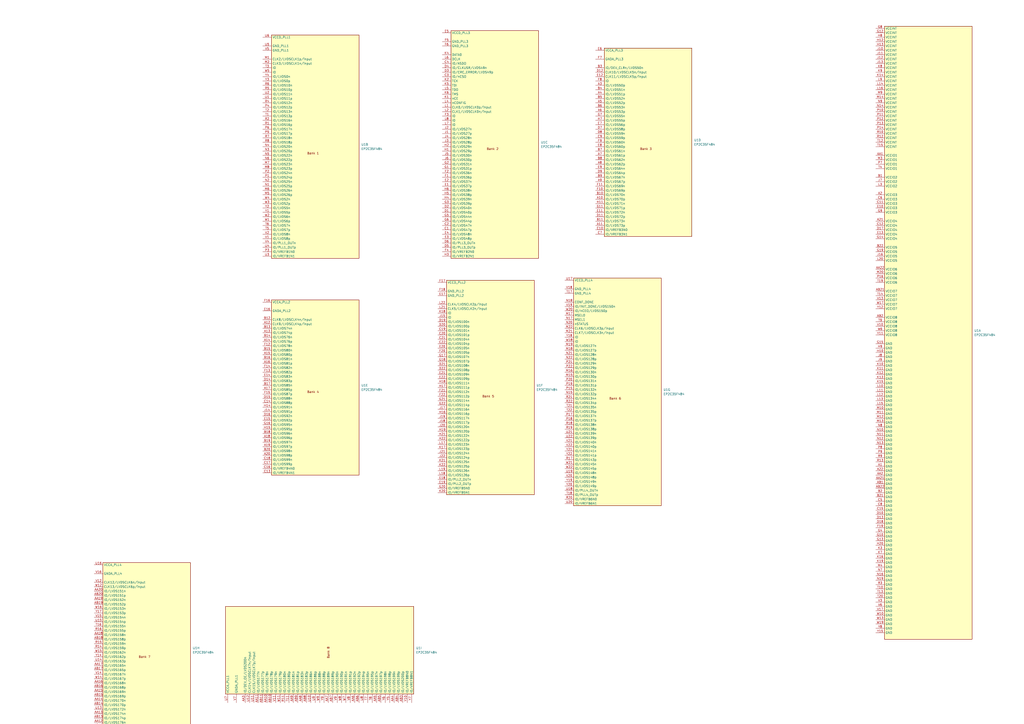
<source format=kicad_sch>
(kicad_sch (version 20250114) (generator "eeschema") (generator_version "9.0")
  (paper "A2")
  (lib_symbols
    (symbol "Kicad_Personal:EP2C35F484"
      (property "Reference" "U" (at -1.27 0.635 0))
      (property "Value" "EP2C35F484" (at -1.27 -1.27 0))
      (symbol "EP2C35F484_1_1"
        (rectangle (start -25.4 176.53) (end 25.4 -179.07) (stroke (width 0.254)) (fill (type background)))
        (pin power_in line (at -30.48 175.26 0) (length 5.08) (name "VCCINT") (number "G8"))
        (pin power_in line (at -30.48 172.72 0) (length 5.08) (name "VCCINT") (number "G12"))
        (pin power_in line (at -30.48 170.18 0) (length 5.08) (name "VCCINT") (number "H8"))
        (pin power_in line (at -30.48 167.64 0) (length 5.08) (name "VCCINT") (number "H12"))
        (pin power_in line (at -30.48 165.1 0) (length 5.08) (name "VCCINT") (number "H13"))
        (pin power_in line (at -30.48 162.56 0) (length 5.08) (name "VCCINT") (number "J10"))
        (pin power_in line (at -30.48 160.02 0) (length 5.08) (name "VCCINT") (number "J11"))
        (pin power_in line (at -30.48 157.48 0) (length 5.08) (name "VCCINT") (number "J12"))
        (pin power_in line (at -30.48 154.94 0) (length 5.08) (name "VCCINT") (number "J13"))
        (pin power_in line (at -30.48 152.4 0) (length 5.08) (name "VCCINT") (number "K8"))
        (pin power_in line (at -30.48 149.86 0) (length 5.08) (name "VCCINT") (number "K9"))
        (pin power_in line (at -30.48 147.32 0) (length 5.08) (name "VCCINT") (number "K14"))
        (pin power_in line (at -30.48 144.78 0) (length 5.08) (name "VCCINT") (number "L9"))
        (pin power_in line (at -30.48 142.24 0) (length 5.08) (name "VCCINT") (number "L14"))
        (pin power_in line (at -30.48 139.7 0) (length 5.08) (name "VCCINT") (number "L16"))
        (pin power_in line (at -30.48 137.16 0) (length 5.08) (name "VCCINT") (number "M9"))
        (pin power_in line (at -30.48 134.62 0) (length 5.08) (name "VCCINT") (number "M14"))
        (pin power_in line (at -30.48 132.08 0) (length 5.08) (name "VCCINT") (number "N9"))
        (pin power_in line (at -30.48 129.54 0) (length 5.08) (name "VCCINT") (number "N14"))
        (pin power_in line (at -30.48 127 0) (length 5.08) (name "VCCINT") (number "P10"))
        (pin power_in line (at -30.48 124.46 0) (length 5.08) (name "VCCINT") (number "P11"))
        (pin power_in line (at -30.48 121.92 0) (length 5.08) (name "VCCINT") (number "P12"))
        (pin power_in line (at -30.48 119.38 0) (length 5.08) (name "VCCINT") (number "P13"))
        (pin power_in line (at -30.48 116.84 0) (length 5.08) (name "VCCINT") (number "P14"))
        (pin power_in line (at -30.48 114.3 0) (length 5.08) (name "VCCINT") (number "R10"))
        (pin power_in line (at -30.48 111.76 0) (length 5.08) (name "VCCINT") (number "R12"))
        (pin power_in line (at -30.48 109.22 0) (length 5.08) (name "VCCINT") (number "T12"))
        (pin power_in line (at -30.48 106.68 0) (length 5.08) (name "VCCINT") (number "T15"))
        (pin power_in line (at -30.48 101.6 0) (length 5.08) (name "VCCIO1") (number "AA1"))
        (pin power_in line (at -30.48 99.06 0) (length 5.08) (name "VCCIO1") (number "M3"))
        (pin power_in line (at -30.48 96.52 0) (length 5.08) (name "VCCIO1") (number "P7"))
        (pin power_in line (at -30.48 93.98 0) (length 5.08) (name "VCCIO1") (number "T4"))
        (pin power_in line (at -30.48 88.9 0) (length 5.08) (name "VCCIO2") (number "B1"))
        (pin power_in line (at -30.48 86.36 0) (length 5.08) (name "VCCIO2") (number "J7"))
        (pin power_in line (at -30.48 83.82 0) (length 5.08) (name "VCCIO2") (number "L3"))
        (pin power_in line (at -30.48 78.74 0) (length 5.08) (name "VCCIO3") (number "A2"))
        (pin power_in line (at -30.48 76.2 0) (length 5.08) (name "VCCIO3") (number "C6"))
        (pin power_in line (at -30.48 73.66 0) (length 5.08) (name "VCCIO3") (number "C11"))
        (pin power_in line (at -30.48 71.12 0) (length 5.08) (name "VCCIO3") (number "E10"))
        (pin power_in line (at -30.48 68.58 0) (length 5.08) (name "VCCIO3") (number "G9"))
        (pin power_in line (at -30.48 63.5 0) (length 5.08) (name "VCCIO4") (number "A21"))
        (pin power_in line (at -30.48 60.96 0) (length 5.08) (name "VCCIO4") (number "C12"))
        (pin power_in line (at -30.48 58.42 0) (length 5.08) (name "VCCIO4") (number "D17"))
        (pin power_in line (at -30.48 55.88 0) (length 5.08) (name "VCCIO4") (number "E13"))
        (pin power_in line (at -30.48 53.34 0) (length 5.08) (name "VCCIO4") (number "G14"))
        (pin power_in line (at -30.48 48.26 0) (length 5.08) (name "VCCIO5") (number "B22"))
        (pin power_in line (at -30.48 45.72 0) (length 5.08) (name "VCCIO5") (number "G19"))
        (pin power_in line (at -30.48 43.18 0) (length 5.08) (name "VCCIO5") (number "J16"))
        (pin power_in line (at -30.48 40.64 0) (length 5.08) (name "VCCIO5") (number "L20"))
        (pin power_in line (at -30.48 35.56 0) (length 5.08) (name "VCCIO6") (number "AA22"))
        (pin power_in line (at -30.48 33.02 0) (length 5.08) (name "VCCIO6") (number "M20"))
        (pin power_in line (at -30.48 30.48 0) (length 5.08) (name "VCCIO6") (number "P16"))
        (pin power_in line (at -30.48 27.94 0) (length 5.08) (name "VCCIO6") (number "T19"))
        (pin power_in line (at -30.48 22.86 0) (length 5.08) (name "VCCIO7") (number "AB21"))
        (pin power_in line (at -30.48 20.32 0) (length 5.08) (name "VCCIO7") (number "T14"))
        (pin power_in line (at -30.48 17.78 0) (length 5.08) (name "VCCIO7") (number "V13"))
        (pin power_in line (at -30.48 15.24 0) (length 5.08) (name "VCCIO7") (number "W17"))
        (pin power_in line (at -30.48 12.7 0) (length 5.08) (name "VCCIO7") (number "Y12"))
        (pin power_in line (at -30.48 7.62 0) (length 5.08) (name "VCCIO8") (number "AB2"))
        (pin power_in line (at -30.48 5.08 0) (length 5.08) (name "VCCIO8") (number "T9"))
        (pin power_in line (at -30.48 2.54 0) (length 5.08) (name "VCCIO8") (number "V10"))
        (pin power_in line (at -30.48 0 0) (length 5.08) (name "VCCIO8") (number "W6"))
        (pin power_in line (at -30.48 -2.54 0) (length 5.08) (name "VCCIO8") (number "Y11"))
        (pin power_in line (at -30.48 -7.62 0) (length 5.08) (name "GND") (number "G15"))
        (pin power_in line (at -30.48 -10.16 0) (length 5.08) (name "GND") (number "H9"))
        (pin power_in line (at -30.48 -12.7 0) (length 5.08) (name "GND") (number "H10"))
        (pin power_in line (at -30.48 -15.24 0) (length 5.08) (name "GND") (number "J8"))
        (pin power_in line (at -30.48 -17.78 0) (length 5.08) (name "GND") (number "J9"))
        (pin power_in line (at -30.48 -20.32 0) (length 5.08) (name "GND") (number "K10"))
        (pin power_in line (at -30.48 -22.86 0) (length 5.08) (name "GND") (number "K11"))
        (pin power_in line (at -30.48 -25.4 0) (length 5.08) (name "GND") (number "K12"))
        (pin power_in line (at -30.48 -27.94 0) (length 5.08) (name "GND") (number "K13"))
        (pin power_in line (at -30.48 -30.48 0) (length 5.08) (name "GND") (number "K15"))
        (pin power_in line (at -30.48 -33.02 0) (length 5.08) (name "GND") (number "L10"))
        (pin power_in line (at -30.48 -35.56 0) (length 5.08) (name "GND") (number "L11"))
        (pin power_in line (at -30.48 -38.1 0) (length 5.08) (name "GND") (number "L12"))
        (pin power_in line (at -30.48 -40.64 0) (length 5.08) (name "GND") (number "L13"))
        (pin power_in line (at -30.48 -43.18 0) (length 5.08) (name "GND") (number "L15"))
        (pin power_in line (at -30.48 -45.72 0) (length 5.08) (name "GND") (number "M10"))
        (pin power_in line (at -30.48 -48.26 0) (length 5.08) (name "GND") (number "M11"))
        (pin power_in line (at -30.48 -50.8 0) (length 5.08) (name "GND") (number "M12"))
        (pin power_in line (at -30.48 -53.34 0) (length 5.08) (name "GND") (number "M13"))
        (pin power_in line (at -30.48 -55.88 0) (length 5.08) (name "GND") (number "N8"))
        (pin power_in line (at -30.48 -58.42 0) (length 5.08) (name "GND") (number "N10"))
        (pin power_in line (at -30.48 -60.96 0) (length 5.08) (name "GND") (number "N11"))
        (pin power_in line (at -30.48 -63.5 0) (length 5.08) (name "GND") (number "N12"))
        (pin power_in line (at -30.48 -66.04 0) (length 5.08) (name "GND") (number "N13"))
        (pin power_in line (at -30.48 -68.58 0) (length 5.08) (name "GND") (number "P8"))
        (pin power_in line (at -30.48 -71.12 0) (length 5.08) (name "GND") (number "P9"))
        (pin power_in line (at -30.48 -73.66 0) (length 5.08) (name "GND") (number "R9"))
        (pin power_in line (at -30.48 -76.2 0) (length 5.08) (name "GND") (number "R13"))
        (pin power_in line (at -30.48 -78.74 0) (length 5.08) (name "GND") (number "A1"))
        (pin power_in line (at -30.48 -81.28 0) (length 5.08) (name "GND") (number "A22"))
        (pin power_in line (at -30.48 -83.82 0) (length 5.08) (name "GND") (number "AA2"))
        (pin power_in line (at -30.48 -86.36 0) (length 5.08) (name "GND") (number "AA21"))
        (pin power_in line (at -30.48 -88.9 0) (length 5.08) (name "GND") (number "AB1"))
        (pin power_in line (at -30.48 -91.44 0) (length 5.08) (name "GND") (number "AB22"))
        (pin power_in line (at -30.48 -93.98 0) (length 5.08) (name "GND") (number "B2"))
        (pin power_in line (at -30.48 -96.52 0) (length 5.08) (name "GND") (number "B21"))
        (pin power_in line (at -30.48 -99.06 0) (length 5.08) (name "GND") (number "C5"))
        (pin power_in line (at -30.48 -101.6 0) (length 5.08) (name "GND") (number "C8"))
        (pin power_in line (at -30.48 -104.14 0) (length 5.08) (name "GND") (number "C15"))
        (pin power_in line (at -30.48 -106.68 0) (length 5.08) (name "GND") (number "D10"))
        (pin power_in line (at -30.48 -109.22 0) (length 5.08) (name "GND") (number "D13"))
        (pin power_in line (at -30.48 -111.76 0) (length 5.08) (name "GND") (number "D18"))
        (pin power_in line (at -30.48 -114.3 0) (length 5.08) (name "GND") (number "F19"))
        (pin power_in line (at -30.48 -116.84 0) (length 5.08) (name "GND") (number "G4"))
        (pin power_in line (at -30.48 -119.38 0) (length 5.08) (name "GND") (number "G10"))
        (pin power_in line (at -30.48 -121.92 0) (length 5.08) (name "GND") (number "G13"))
        (pin power_in line (at -30.48 -124.46 0) (length 5.08) (name "GND") (number "H20"))
        (pin power_in line (at -30.48 -127 0) (length 5.08) (name "GND") (number "K3"))
        (pin power_in line (at -30.48 -129.54 0) (length 5.08) (name "GND") (number "K7"))
        (pin power_in line (at -30.48 -132.08 0) (length 5.08) (name "GND") (number "K16"))
        (pin power_in line (at -30.48 -134.62 0) (length 5.08) (name "GND") (number "K19"))
        (pin power_in line (at -30.48 -137.16 0) (length 5.08) (name "GND") (number "M4"))
        (pin power_in line (at -30.48 -139.7 0) (length 5.08) (name "GND") (number "N7"))
        (pin power_in line (at -30.48 -142.24 0) (length 5.08) (name "GND") (number "N16"))
        (pin power_in line (at -30.48 -144.78 0) (length 5.08) (name "GND") (number "N19"))
        (pin power_in line (at -30.48 -147.32 0) (length 5.08) (name "GND") (number "R3"))
        (pin power_in line (at -30.48 -149.86 0) (length 5.08) (name "GND") (number "T10"))
        (pin power_in line (at -30.48 -152.4 0) (length 5.08) (name "GND") (number "T13"))
        (pin power_in line (at -30.48 -154.94 0) (length 5.08) (name "GND") (number "T20"))
        (pin power_in line (at -30.48 -157.48 0) (length 5.08) (name "GND") (number "V3"))
        (pin power_in line (at -30.48 -160.02 0) (length 5.08) (name "GND") (number "V6"))
        (pin power_in line (at -30.48 -162.56 0) (length 5.08) (name "GND") (number "V17"))
        (pin power_in line (at -30.48 -165.1 0) (length 5.08) (name "GND") (number "W10"))
        (pin power_in line (at -30.48 -167.64 0) (length 5.08) (name "GND") (number "W13"))
        (pin power_in line (at -30.48 -170.18 0) (length 5.08) (name "GND") (number "W19"))
        (pin power_in line (at -30.48 -172.72 0) (length 5.08) (name "GND") (number "Y8"))
        (pin power_in line (at -30.48 -175.26 0) (length 5.08) (name "GND") (number "Y15"))
      )
      (symbol "EP2C35F484_2_1"
        (rectangle (start -25.4 64.77) (end 25.4 -64.77) (stroke (width 0.254)) (fill (type background)))
        (text "Bank 1" (at -1.27 -3.81 0) (effects (font (size 1.27 1.27))))
        (pin power_in line (at -30.48 63.5 0) (length 5.08) (name "VCCD_PLL1") (number "U6"))
        (pin power_in line (at -30.48 58.42 0) (length 5.08) (name "GND_PLL1") (number "U5"))
        (pin power_in line (at -30.48 55.88 0) (length 5.08) (name "GND_PLL1") (number "V5"))
        (pin bidirectional line (at -30.48 50.8 0) (length 5.08) (name "CLK2/LVDSCLK1p/input") (number "M1"))
        (pin bidirectional line (at -30.48 48.26 0) (length 5.08) (name "CLK3/LVDSCLK1n/input") (number "M2"))
        (pin bidirectional line (at -30.48 45.72 0) (length 5.08) (name "IO") (number "T3"))
        (pin bidirectional line (at -30.48 43.18 0) (length 5.08) (name "IO") (number "W5"))
        (pin bidirectional line (at -30.48 40.64 0) (length 5.08) (name "IO/LVDS0n") (number "Y4"))
        (pin bidirectional line (at -30.48 38.1 0) (length 5.08) (name "IO/LVDS0p") (number "Y3"))
        (pin bidirectional line (at -30.48 35.56 0) (length 5.08) (name "IO/LVDS10n") (number "R6"))
        (pin bidirectional line (at -30.48 33.02 0) (length 5.08) (name "IO/LVDS10p") (number "R5"))
        (pin bidirectional line (at -30.48 30.48 0) (length 5.08) (name "IO/LVDS11n") (number "U2"))
        (pin bidirectional line (at -30.48 27.94 0) (length 5.08) (name "IO/LVDS11p") (number "U1"))
        (pin bidirectional line (at -30.48 25.4 0) (length 5.08) (name "IO/LVDS12n") (number "R4"))
        (pin bidirectional line (at -30.48 22.86 0) (length 5.08) (name "IO/LVDS12p") (number "P4"))
        (pin bidirectional line (at -30.48 20.32 0) (length 5.08) (name "IO/LVDS13n") (number "T2"))
        (pin bidirectional line (at -30.48 17.78 0) (length 5.08) (name "IO/LVDS13p") (number "T1"))
        (pin bidirectional line (at -30.48 15.24 0) (length 5.08) (name "IO/LVDS16n") (number "R2"))
        (pin bidirectional line (at -30.48 12.7 0) (length 5.08) (name "IO/LVDS16p") (number "R1"))
        (pin bidirectional line (at -30.48 10.16 0) (length 5.08) (name "IO/LVDS17n") (number "P6"))
        (pin bidirectional line (at -30.48 7.62 0) (length 5.08) (name "IO/LVDS17p") (number "P5"))
        (pin bidirectional line (at -30.48 5.08 0) (length 5.08) (name "IO/LVDS18n") (number "R7"))
        (pin bidirectional line (at -30.48 2.54 0) (length 5.08) (name "IO/LVDS18p") (number "R8"))
        (pin bidirectional line (at -30.48 0 0) (length 5.08) (name "IO/LVDS20n") (number "N4"))
        (pin bidirectional line (at -30.48 -2.54 0) (length 5.08) (name "IO/LVDS20p") (number "N3"))
        (pin bidirectional line (at -30.48 -5.08 0) (length 5.08) (name "IO/LVDS22n") (number "N5"))
        (pin bidirectional line (at -30.48 -7.62 0) (length 5.08) (name "IO/LVDS22p") (number "N6"))
        (pin bidirectional line (at -30.48 -10.16 0) (length 5.08) (name "IO/LVDS23n") (number "M7"))
        (pin bidirectional line (at -30.48 -12.7 0) (length 5.08) (name "IO/LVDS23p") (number "M8"))
        (pin bidirectional line (at -30.48 -15.24 0) (length 5.08) (name "IO/LVDS24n") (number "P2"))
        (pin bidirectional line (at -30.48 -17.78 0) (length 5.08) (name "IO/LVDS24p") (number "P1"))
        (pin bidirectional line (at -30.48 -20.32 0) (length 5.08) (name "IO/LVDS25n") (number "N2"))
        (pin bidirectional line (at -30.48 -22.86 0) (length 5.08) (name "IO/LVDS25p") (number "N1"))
        (pin bidirectional line (at -30.48 -25.4 0) (length 5.08) (name "IO/LVDS26n") (number "M6"))
        (pin bidirectional line (at -30.48 -27.94 0) (length 5.08) (name "IO/LVDS26p") (number "M5"))
        (pin bidirectional line (at -30.48 -30.48 0) (length 5.08) (name "IO/LVDS2n") (number "W4"))
        (pin bidirectional line (at -30.48 -33.02 0) (length 5.08) (name "IO/LVDS2p") (number "W3"))
        (pin bidirectional line (at -30.48 -35.56 0) (length 5.08) (name "IO/LVDS5n") (number "Y2"))
        (pin bidirectional line (at -30.48 -38.1 0) (length 5.08) (name "IO/LVDS5p") (number "Y1"))
        (pin bidirectional line (at -30.48 -40.64 0) (length 5.08) (name "IO/LVDS6n") (number "W2"))
        (pin bidirectional line (at -30.48 -43.18 0) (length 5.08) (name "IO/LVDS6p") (number "W1"))
        (pin bidirectional line (at -30.48 -45.72 0) (length 5.08) (name "IO/LVDS7n") (number "T6"))
        (pin bidirectional line (at -30.48 -48.26 0) (length 5.08) (name "IO/LVDS7p") (number "T5"))
        (pin bidirectional line (at -30.48 -50.8 0) (length 5.08) (name "IO/LVDS8n") (number "V2"))
        (pin bidirectional line (at -30.48 -53.34 0) (length 5.08) (name "IO/LVDS8p") (number "V1"))
        (pin bidirectional line (at -30.48 -55.88 0) (length 5.08) (name "IO/PLL1_OUTn") (number "V4"))
        (pin bidirectional line (at -30.48 -58.42 0) (length 5.08) (name "IO/PLL1_OUTp") (number "U4"))
        (pin bidirectional line (at -30.48 -60.96 0) (length 5.08) (name "IO/VREFB1N0") (number "P3"))
        (pin bidirectional line (at -30.48 -63.5 0) (length 5.08) (name "IO/VREFB1N1") (number "U3"))
      )
      (symbol "EP2C35F484_3_1"
        (rectangle (start -25.4 64.77) (end 25.4 -67.31) (stroke (width 0.254)) (fill (type background)))
        (text "Bank 2" (at -1.27 -3.81 0) (effects (font (size 1.27 1.27))))
        (pin power_in line (at -30.48 63.5 0) (length 5.08) (name "VCCD_PLL3") (number "E5"))
        (pin power_in line (at -30.48 58.42 0) (length 5.08) (name "GND_PLL3") (number "F5"))
        (pin power_in line (at -30.48 55.88 0) (length 5.08) (name "GND_PLL3") (number "F6"))
        (pin bidirectional line (at -30.48 50.8 0) (length 5.08) (name "DATA0") (number "K4"))
        (pin bidirectional line (at -30.48 48.26 0) (length 5.08) (name "DCLK") (number "L6"))
        (pin bidirectional line (at -30.48 45.72 0) (length 5.08) (name "IO/ASDO") (number "C4"))
        (pin bidirectional line (at -30.48 43.18 0) (length 5.08) (name "IO/CLKUSR/LVDS49n") (number "D4"))
        (pin bidirectional line (at -30.48 40.64 0) (length 5.08) (name "IO/CRC_ERROR/LVDS49p") (number "D3"))
        (pin bidirectional line (at -30.48 38.1 0) (length 5.08) (name "IO/nCSO") (number "C3"))
        (pin bidirectional line (at -30.48 35.56 0) (length 5.08) (name "TCK") (number "K2"))
        (pin bidirectional line (at -30.48 33.02 0) (length 5.08) (name "TDI") (number "K5"))
        (pin bidirectional line (at -30.48 30.48 0) (length 5.08) (name "TDO") (number "L5"))
        (pin bidirectional line (at -30.48 27.94 0) (length 5.08) (name "TMS") (number "K6"))
        (pin bidirectional line (at -30.48 25.4 0) (length 5.08) (name "nCE") (number "K1"))
        (pin bidirectional line (at -30.48 22.86 0) (length 5.08) (name "nCONFIG") (number "L4"))
        (pin bidirectional line (at -30.48 20.32 0) (length 5.08) (name "CLK0/LVDSCLK0p/input") (number "L1"))
        (pin bidirectional line (at -30.48 17.78 0) (length 5.08) (name "CLK1/LVDSCLK0n/input") (number "L2"))
        (pin bidirectional line (at -30.48 15.24 0) (length 5.08) (name "IO") (number "F3"))
        (pin bidirectional line (at -30.48 12.7 0) (length 5.08) (name "IO") (number "L8"))
        (pin bidirectional line (at -30.48 10.16 0) (length 5.08) (name "IO") (number "L7"))
        (pin bidirectional line (at -30.48 7.62 0) (length 5.08) (name "IO/LVDS27n") (number "J2"))
        (pin bidirectional line (at -30.48 5.08 0) (length 5.08) (name "IO/LVDS27p") (number "J1"))
        (pin bidirectional line (at -30.48 2.54 0) (length 5.08) (name "IO/LVDS28n") (number "J4"))
        (pin bidirectional line (at -30.48 0 0) (length 5.08) (name "IO/LVDS28p") (number "J3"))
        (pin bidirectional line (at -30.48 -2.54 0) (length 5.08) (name "IO/LVDS29n") (number "H2"))
        (pin bidirectional line (at -30.48 -5.08 0) (length 5.08) (name "IO/LVDS29p") (number "H1"))
        (pin bidirectional line (at -30.48 -7.62 0) (length 5.08) (name "IO/LVDS30n") (number "J5"))
        (pin bidirectional line (at -30.48 -10.16 0) (length 5.08) (name "IO/LVDS30p") (number "J6"))
        (pin bidirectional line (at -30.48 -12.7 0) (length 5.08) (name "IO/LVDS31n") (number "G2"))
        (pin bidirectional line (at -30.48 -15.24 0) (length 5.08) (name "IO/LVDS31p") (number "G1"))
        (pin bidirectional line (at -30.48 -17.78 0) (length 5.08) (name "IO/LVDS36n") (number "F2"))
        (pin bidirectional line (at -30.48 -20.32 0) (length 5.08) (name "IO/LVDS36p") (number "F1"))
        (pin bidirectional line (at -30.48 -22.86 0) (length 5.08) (name "IO/LVDS37n") (number "E2"))
        (pin bidirectional line (at -30.48 -25.4 0) (length 5.08) (name "IO/LVDS37p") (number "E1"))
        (pin bidirectional line (at -30.48 -27.94 0) (length 5.08) (name "IO/LVDS38n") (number "H6"))
        (pin bidirectional line (at -30.48 -30.48 0) (length 5.08) (name "IO/LVDS38p") (number "H5"))
        (pin bidirectional line (at -30.48 -33.02 0) (length 5.08) (name "IO/LVDS39n") (number "H4"))
        (pin bidirectional line (at -30.48 -35.56 0) (length 5.08) (name "IO/LVDS39p") (number "G3"))
        (pin bidirectional line (at -30.48 -38.1 0) (length 5.08) (name "IO/LVDS40n") (number "D2"))
        (pin bidirectional line (at -30.48 -40.64 0) (length 5.08) (name "IO/LVDS40p") (number "D1"))
        (pin bidirectional line (at -30.48 -43.18 0) (length 5.08) (name "IO/LVDS44n") (number "G5"))
        (pin bidirectional line (at -30.48 -45.72 0) (length 5.08) (name "IO/LVDS44p") (number "G6"))
        (pin bidirectional line (at -30.48 -48.26 0) (length 5.08) (name "IO/LVDS47n") (number "C2"))
        (pin bidirectional line (at -30.48 -50.8 0) (length 5.08) (name "IO/LVDS47p") (number "C1"))
        (pin bidirectional line (at -30.48 -53.34 0) (length 5.08) (name "IO/LVDS48n") (number "E4"))
        (pin bidirectional line (at -30.48 -55.88 0) (length 5.08) (name "IO/LVDS48p") (number "E3"))
        (pin bidirectional line (at -30.48 -58.42 0) (length 5.08) (name "IO/PLL3_OUTn") (number "D6"))
        (pin bidirectional line (at -30.48 -60.96 0) (length 5.08) (name "IO/PLL3_OUTp") (number "D5"))
        (pin bidirectional line (at -30.48 -63.5 0) (length 5.08) (name "IO/VREFB2N0") (number "F4"))
        (pin bidirectional line (at -30.48 -66.04 0) (length 5.08) (name "IO/VREFB2N1") (number "H3"))
      )
      (symbol "EP2C35F484_4_1"
        (rectangle (start -25.4 54.61) (end 25.4 -54.61) (stroke (width 0.254)) (fill (type background)))
        (text "Bank 3" (at -1.27 -3.81 0) (effects (font (size 1.27 1.27))))
        (pin power_in line (at -30.48 53.34 0) (length 5.08) (name "VCCA_PLL3") (number "E6"))
        (pin power_in line (at -30.48 48.26 0) (length 5.08) (name "GNDA_PLL3") (number "F7"))
        (pin bidirectional line (at -30.48 43.18 0) (length 5.08) (name "IO/DEV_CLRn/LVDS50n") (number "B3"))
        (pin bidirectional line (at -30.48 40.64 0) (length 5.08) (name "CLK10/LVDSCLK5n/input") (number "D12"))
        (pin bidirectional line (at -30.48 38.1 0) (length 5.08) (name "CLK11/LVDSCLK5p/input") (number "E12"))
        (pin bidirectional line (at -30.48 35.56 0) (length 5.08) (name "IO") (number "F8"))
        (pin bidirectional line (at -30.48 33.02 0) (length 5.08) (name "IO/LVDS50p") (number "A3"))
        (pin bidirectional line (at -30.48 30.48 0) (length 5.08) (name "IO/LVDS51n") (number "B4"))
        (pin bidirectional line (at -30.48 27.94 0) (length 5.08) (name "IO/LVDS51p") (number "A4"))
        (pin bidirectional line (at -30.48 25.4 0) (length 5.08) (name "IO/LVDS52n") (number "B5"))
        (pin bidirectional line (at -30.48 22.86 0) (length 5.08) (name "IO/LVDS52p") (number "A5"))
        (pin bidirectional line (at -30.48 20.32 0) (length 5.08) (name "IO/LVDS53n") (number "B6"))
        (pin bidirectional line (at -30.48 17.78 0) (length 5.08) (name "IO/LVDS53p") (number "A6"))
        (pin bidirectional line (at -30.48 15.24 0) (length 5.08) (name "IO/LVDS55n") (number "G7"))
        (pin bidirectional line (at -30.48 12.7 0) (length 5.08) (name "IO/LVDS55p") (number "H7"))
        (pin bidirectional line (at -30.48 10.16 0) (length 5.08) (name "IO/LVDS56p") (number "E7"))
        (pin bidirectional line (at -30.48 7.62 0) (length 5.08) (name "IO/LVDS58p") (number "D7"))
        (pin bidirectional line (at -30.48 5.08 0) (length 5.08) (name "IO/LVDS59n") (number "D8"))
        (pin bidirectional line (at -30.48 2.54 0) (length 5.08) (name "IO/LVDS59p") (number "C9"))
        (pin bidirectional line (at -30.48 0 0) (length 5.08) (name "IO/LVDS60n") (number "F9"))
        (pin bidirectional line (at -30.48 -2.54 0) (length 5.08) (name "IO/LVDS60p") (number "E8"))
        (pin bidirectional line (at -30.48 -5.08 0) (length 5.08) (name "IO/LVDS61n") (number "B7"))
        (pin bidirectional line (at -30.48 -7.62 0) (length 5.08) (name "IO/LVDS61p") (number "A7"))
        (pin bidirectional line (at -30.48 -10.16 0) (length 5.08) (name "IO/LVDS62n") (number "B8"))
        (pin bidirectional line (at -30.48 -12.7 0) (length 5.08) (name "IO/LVDS62p") (number "A8"))
        (pin bidirectional line (at -30.48 -15.24 0) (length 5.08) (name "IO/LVDS64n") (number "E9"))
        (pin bidirectional line (at -30.48 -17.78 0) (length 5.08) (name "IO/LVDS64p") (number "D9"))
        (pin bidirectional line (at -30.48 -20.32 0) (length 5.08) (name "IO/LVDS67n") (number "B9"))
        (pin bidirectional line (at -30.48 -22.86 0) (length 5.08) (name "IO/LVDS67p") (number "A9"))
        (pin bidirectional line (at -30.48 -25.4 0) (length 5.08) (name "IO/LVDS69n") (number "F11"))
        (pin bidirectional line (at -30.48 -27.94 0) (length 5.08) (name "IO/LVDS69p") (number "F10"))
        (pin bidirectional line (at -30.48 -30.48 0) (length 5.08) (name "IO/LVDS70n") (number "B10"))
        (pin bidirectional line (at -30.48 -33.02 0) (length 5.08) (name "IO/LVDS70p") (number "A10"))
        (pin bidirectional line (at -30.48 -35.56 0) (length 5.08) (name "IO/LVDS71n") (number "H11"))
        (pin bidirectional line (at -30.48 -38.1 0) (length 5.08) (name "IO/LVDS71p") (number "G11"))
        (pin bidirectional line (at -30.48 -40.64 0) (length 5.08) (name "IO/LVDS72n") (number "E11"))
        (pin bidirectional line (at -30.48 -43.18 0) (length 5.08) (name "IO/LVDS72p") (number "D11"))
        (pin bidirectional line (at -30.48 -45.72 0) (length 5.08) (name "IO/LVDS73n") (number "B11"))
        (pin bidirectional line (at -30.48 -48.26 0) (length 5.08) (name "IO/LVDS73p") (number "A11"))
        (pin bidirectional line (at -30.48 -50.8 0) (length 5.08) (name "IO/VREFB3N0") (number "C10"))
        (pin bidirectional line (at -30.48 -53.34 0) (length 5.08) (name "IO/VREFB3N1") (number "C7"))
      )
      (symbol "EP2C35F484_5_1"
        (rectangle (start -25.4 49.53) (end 25.4 -52.07) (stroke (width 0.254)) (fill (type background)))
        (text "Bank 4" (at -1.27 -3.81 0) (effects (font (size 1.27 1.27))))
        (pin power_in line (at -30.48 48.26 0) (length 5.08) (name "VCCA_PLL2") (number "F16"))
        (pin power_in line (at -30.48 43.18 0) (length 5.08) (name "GNDA_PLL2") (number "E16"))
        (pin bidirectional line (at -30.48 38.1 0) (length 5.08) (name "CLK8/LVDSCLK4n/input") (number "B12"))
        (pin bidirectional line (at -30.48 35.56 0) (length 5.08) (name "CLK9/LVDSCLK4p/input") (number "A12"))
        (pin bidirectional line (at -30.48 33.02 0) (length 5.08) (name "IO/LVDS74n") (number "B13"))
        (pin bidirectional line (at -30.48 30.48 0) (length 5.08) (name "IO/LVDS74p") (number "A13"))
        (pin bidirectional line (at -30.48 27.94 0) (length 5.08) (name "IO/LVDS76n") (number "B14"))
        (pin bidirectional line (at -30.48 25.4 0) (length 5.08) (name "IO/LVDS76p") (number "A14"))
        (pin bidirectional line (at -30.48 22.86 0) (length 5.08) (name "IO/LVDS78n") (number "F12"))
        (pin bidirectional line (at -30.48 20.32 0) (length 5.08) (name "IO/LVDS80n") (number "B15"))
        (pin bidirectional line (at -30.48 17.78 0) (length 5.08) (name "IO/LVDS80p") (number "A15"))
        (pin bidirectional line (at -30.48 15.24 0) (length 5.08) (name "IO/LVDS81n") (number "B16"))
        (pin bidirectional line (at -30.48 12.7 0) (length 5.08) (name "IO/LVDS81p") (number "A16"))
        (pin bidirectional line (at -30.48 10.16 0) (length 5.08) (name "IO/LVDS82n") (number "F14"))
        (pin bidirectional line (at -30.48 7.62 0) (length 5.08) (name "IO/LVDS82p") (number "F13"))
        (pin bidirectional line (at -30.48 5.08 0) (length 5.08) (name "IO/LVDS83n") (number "E14"))
        (pin bidirectional line (at -30.48 2.54 0) (length 5.08) (name "IO/LVDS83p") (number "D14"))
        (pin bidirectional line (at -30.48 0 0) (length 5.08) (name "IO/LVDS85n") (number "B17"))
        (pin bidirectional line (at -30.48 -2.54 0) (length 5.08) (name "IO/LVDS85p") (number "A17"))
        (pin bidirectional line (at -30.48 -5.08 0) (length 5.08) (name "IO/LVDS87p") (number "F15"))
        (pin bidirectional line (at -30.48 -7.62 0) (length 5.08) (name "IO/LVDS88n") (number "D15"))
        (pin bidirectional line (at -30.48 -10.16 0) (length 5.08) (name "IO/LVDS88p") (number "C14"))
        (pin bidirectional line (at -30.48 -12.7 0) (length 5.08) (name "IO/LVDS91n") (number "H14"))
        (pin bidirectional line (at -30.48 -15.24 0) (length 5.08) (name "IO/LVDS91p") (number "J14"))
        (pin bidirectional line (at -30.48 -17.78 0) (length 5.08) (name "IO/LVDS92n") (number "D16"))
        (pin bidirectional line (at -30.48 -20.32 0) (length 5.08) (name "IO/LVDS92p") (number "E15"))
        (pin bidirectional line (at -30.48 -22.86 0) (length 5.08) (name "IO/LVDS95n") (number "G16"))
        (pin bidirectional line (at -30.48 -25.4 0) (length 5.08) (name "IO/LVDS95p") (number "H15"))
        (pin bidirectional line (at -30.48 -27.94 0) (length 5.08) (name "IO/LVDS96n") (number "B18"))
        (pin bidirectional line (at -30.48 -30.48 0) (length 5.08) (name "IO/LVDS96p") (number "A18"))
        (pin bidirectional line (at -30.48 -33.02 0) (length 5.08) (name "IO/LVDS97n") (number "B19"))
        (pin bidirectional line (at -30.48 -35.56 0) (length 5.08) (name "IO/LVDS97p") (number "A19"))
        (pin bidirectional line (at -30.48 -38.1 0) (length 5.08) (name "IO/LVDS98n") (number "B20"))
        (pin bidirectional line (at -30.48 -40.64 0) (length 5.08) (name "IO/LVDS98p") (number "A20"))
        (pin bidirectional line (at -30.48 -43.18 0) (length 5.08) (name "IO/LVDS99n") (number "C18"))
        (pin bidirectional line (at -30.48 -45.72 0) (length 5.08) (name "IO/LVDS99p") (number "C17"))
        (pin bidirectional line (at -30.48 -48.26 0) (length 5.08) (name "IO/VREFB4N0") (number "C16"))
        (pin bidirectional line (at -30.48 -50.8 0) (length 5.08) (name "IO/VREFB4N1") (number "C13"))
      )
      (symbol "EP2C35F484_6_1"
        (rectangle (start -25.4 62.23) (end 25.4 -62.23) (stroke (width 0.254)) (fill (type background)))
        (text "Bank 5" (at -1.27 -5.08 0) (effects (font (size 1.27 1.27))))
        (pin power_in line (at -30.48 60.96 0) (length 5.08) (name "VCCD_PLL2") (number "F17"))
        (pin power_in line (at -30.48 55.88 0) (length 5.08) (name "GND_PLL2") (number "F18"))
        (pin power_in line (at -30.48 53.34 0) (length 5.08) (name "GND_PLL2") (number "E17"))
        (pin bidirectional line (at -30.48 48.26 0) (length 5.08) (name "CLK4/LVDSCLK2p/input") (number "L22"))
        (pin bidirectional line (at -30.48 45.72 0) (length 5.08) (name "CLK5/LVDSCLK2n/input") (number "L21"))
        (pin bidirectional line (at -30.48 43.18 0) (length 5.08) (name "IO") (number "K18"))
        (pin bidirectional line (at -30.48 40.64 0) (length 5.08) (name "IO") (number "J15"))
        (pin bidirectional line (at -30.48 38.1 0) (length 5.08) (name "IO/LVDS100n") (number "D19"))
        (pin bidirectional line (at -30.48 35.56 0) (length 5.08) (name "IO/LVDS100p") (number "D20"))
        (pin bidirectional line (at -30.48 33.02 0) (length 5.08) (name "IO/LVDS101n") (number "C19"))
        (pin bidirectional line (at -30.48 30.48 0) (length 5.08) (name "IO/LVDS101p") (number "C20"))
        (pin bidirectional line (at -30.48 27.94 0) (length 5.08) (name "IO/LVDS104n") (number "C21"))
        (pin bidirectional line (at -30.48 25.4 0) (length 5.08) (name "IO/LVDS104p") (number "C22"))
        (pin bidirectional line (at -30.48 22.86 0) (length 5.08) (name "IO/LVDS105n") (number "E20"))
        (pin bidirectional line (at -30.48 20.32 0) (length 5.08) (name "IO/LVDS105p") (number "F20"))
        (pin bidirectional line (at -30.48 17.78 0) (length 5.08) (name "IO/LVDS107n") (number "G17"))
        (pin bidirectional line (at -30.48 15.24 0) (length 5.08) (name "IO/LVDS107p") (number "G18"))
        (pin bidirectional line (at -30.48 12.7 0) (length 5.08) (name "IO/LVDS108n") (number "D21"))
        (pin bidirectional line (at -30.48 10.16 0) (length 5.08) (name "IO/LVDS108p") (number "D22"))
        (pin bidirectional line (at -30.48 7.62 0) (length 5.08) (name "IO/LVDS109n") (number "E21"))
        (pin bidirectional line (at -30.48 5.08 0) (length 5.08) (name "IO/LVDS109p") (number "E22"))
        (pin bidirectional line (at -30.48 2.54 0) (length 5.08) (name "IO/LVDS111n") (number "H18"))
        (pin bidirectional line (at -30.48 0 0) (length 5.08) (name "IO/LVDS111p") (number "H17"))
        (pin bidirectional line (at -30.48 -2.54 0) (length 5.08) (name "IO/LVDS112n") (number "F21"))
        (pin bidirectional line (at -30.48 -5.08 0) (length 5.08) (name "IO/LVDS112p") (number "F22"))
        (pin bidirectional line (at -30.48 -7.62 0) (length 5.08) (name "IO/LVDS114n") (number "G21"))
        (pin bidirectional line (at -30.48 -10.16 0) (length 5.08) (name "IO/LVDS114p") (number "G22"))
        (pin bidirectional line (at -30.48 -12.7 0) (length 5.08) (name "IO/LVDS116n") (number "J17"))
        (pin bidirectional line (at -30.48 -15.24 0) (length 5.08) (name "IO/LVDS116p") (number "H16"))
        (pin bidirectional line (at -30.48 -17.78 0) (length 5.08) (name "IO/LVDS117n") (number "J19"))
        (pin bidirectional line (at -30.48 -20.32 0) (length 5.08) (name "IO/LVDS117p") (number "J18"))
        (pin bidirectional line (at -30.48 -22.86 0) (length 5.08) (name "IO/LVDS120n") (number "J20"))
        (pin bidirectional line (at -30.48 -25.4 0) (length 5.08) (name "IO/LVDS120p") (number "H19"))
        (pin bidirectional line (at -30.48 -27.94 0) (length 5.08) (name "IO/LVDS122n") (number "H21"))
        (pin bidirectional line (at -30.48 -30.48 0) (length 5.08) (name "IO/LVDS122p") (number "H22"))
        (pin bidirectional line (at -30.48 -33.02 0) (length 5.08) (name "IO/LVDS123n") (number "L17"))
        (pin bidirectional line (at -30.48 -35.56 0) (length 5.08) (name "IO/LVDS123p") (number "K17"))
        (pin bidirectional line (at -30.48 -38.1 0) (length 5.08) (name "IO/LVDS124n") (number "J21"))
        (pin bidirectional line (at -30.48 -40.64 0) (length 5.08) (name "IO/LVDS124p") (number "J22"))
        (pin bidirectional line (at -30.48 -43.18 0) (length 5.08) (name "IO/LVDS125n") (number "K21"))
        (pin bidirectional line (at -30.48 -45.72 0) (length 5.08) (name "IO/LVDS125p") (number "K22"))
        (pin bidirectional line (at -30.48 -48.26 0) (length 5.08) (name "IO/LVDS126n") (number "L19"))
        (pin bidirectional line (at -30.48 -50.8 0) (length 5.08) (name "IO/LVDS126p") (number "L18"))
        (pin bidirectional line (at -30.48 -53.34 0) (length 5.08) (name "IO/PLL2_OUTn") (number "E18"))
        (pin bidirectional line (at -30.48 -55.88 0) (length 5.08) (name "IO/PLL2_OUTp") (number "E19"))
        (pin bidirectional line (at -30.48 -58.42 0) (length 5.08) (name "IO/VREFB5N0") (number "G20"))
        (pin bidirectional line (at -30.48 -60.96 0) (length 5.08) (name "IO/VREFB5N1") (number "K20"))
      )
      (symbol "EP2C35F484_7_1"
        (rectangle (start -25.4 64.77) (end 25.4 -67.31) (stroke (width 0.254)) (fill (type background)))
        (text "Bank 6" (at -1.27 -5.08 0) (effects (font (size 1.27 1.27))))
        (pin power_in line (at -30.48 63.5 0) (length 5.08) (name "VCCD_PLL4") (number "U17"))
        (pin power_in line (at -30.48 58.42 0) (length 5.08) (name "GND_PLL4") (number "V18"))
        (pin power_in line (at -30.48 55.88 0) (length 5.08) (name "GND_PLL4") (number "T17"))
        (pin bidirectional line (at -30.48 50.8 0) (length 5.08) (name "CONF_DONE") (number "N18"))
        (pin bidirectional line (at -30.48 48.26 0) (length 5.08) (name "IO/INIT_DONE/LVDS150n") (number "V19"))
        (pin bidirectional line (at -30.48 45.72 0) (length 5.08) (name "IO/nCEO/LVDS150p") (number "W20"))
        (pin bidirectional line (at -30.48 43.18 0) (length 5.08) (name "MSEL0") (number "M17"))
        (pin bidirectional line (at -30.48 40.64 0) (length 5.08) (name "MSEL1") (number "N17"))
        (pin bidirectional line (at -30.48 38.1 0) (length 5.08) (name "nSTATUS") (number "N20"))
        (pin bidirectional line (at -30.48 35.56 0) (length 5.08) (name "CLK6/LVDSCLK3p/input") (number "M22"))
        (pin bidirectional line (at -30.48 33.02 0) (length 5.08) (name "CLK7/LVDSCLK3n/input") (number "M21"))
        (pin bidirectional line (at -30.48 30.48 0) (length 5.08) (name "IO") (number "Y18"))
        (pin bidirectional line (at -30.48 27.94 0) (length 5.08) (name "IO") (number "W18"))
        (pin bidirectional line (at -30.48 25.4 0) (length 5.08) (name "IO/LVDS127n") (number "M19"))
        (pin bidirectional line (at -30.48 22.86 0) (length 5.08) (name "IO/LVDS127p") (number "M18"))
        (pin bidirectional line (at -30.48 20.32 0) (length 5.08) (name "IO/LVDS128n") (number "N21"))
        (pin bidirectional line (at -30.48 17.78 0) (length 5.08) (name "IO/LVDS128p") (number "N22"))
        (pin bidirectional line (at -30.48 15.24 0) (length 5.08) (name "IO/LVDS129n") (number "P21"))
        (pin bidirectional line (at -30.48 12.7 0) (length 5.08) (name "IO/LVDS129p") (number "P22"))
        (pin bidirectional line (at -30.48 10.16 0) (length 5.08) (name "IO/LVDS130n") (number "M16"))
        (pin bidirectional line (at -30.48 7.62 0) (length 5.08) (name "IO/LVDS130p") (number "M15"))
        (pin bidirectional line (at -30.48 5.08 0) (length 5.08) (name "IO/LVDS131n") (number "P20"))
        (pin bidirectional line (at -30.48 2.54 0) (length 5.08) (name "IO/LVDS131p") (number "P19"))
        (pin bidirectional line (at -30.48 0 0) (length 5.08) (name "IO/LVDS132n") (number "P15"))
        (pin bidirectional line (at -30.48 -2.54 0) (length 5.08) (name "IO/LVDS132p") (number "N15"))
        (pin bidirectional line (at -30.48 -5.08 0) (length 5.08) (name "IO/LVDS134n") (number "R21"))
        (pin bidirectional line (at -30.48 -7.62 0) (length 5.08) (name "IO/LVDS134p") (number "R22"))
        (pin bidirectional line (at -30.48 -10.16 0) (length 5.08) (name "IO/LVDS135n") (number "T21"))
        (pin bidirectional line (at -30.48 -12.7 0) (length 5.08) (name "IO/LVDS135p") (number "T22"))
        (pin bidirectional line (at -30.48 -15.24 0) (length 5.08) (name "IO/LVDS137n") (number "P17"))
        (pin bidirectional line (at -30.48 -17.78 0) (length 5.08) (name "IO/LVDS137p") (number "P18"))
        (pin bidirectional line (at -30.48 -20.32 0) (length 5.08) (name "IO/LVDS138n") (number "R18"))
        (pin bidirectional line (at -30.48 -22.86 0) (length 5.08) (name "IO/LVDS138p") (number "R19"))
        (pin bidirectional line (at -30.48 -25.4 0) (length 5.08) (name "IO/LVDS139n") (number "U21"))
        (pin bidirectional line (at -30.48 -27.94 0) (length 5.08) (name "IO/LVDS139p") (number "U22"))
        (pin bidirectional line (at -30.48 -30.48 0) (length 5.08) (name "IO/LVDS140n") (number "V21"))
        (pin bidirectional line (at -30.48 -33.02 0) (length 5.08) (name "IO/LVDS140p") (number "V22"))
        (pin bidirectional line (at -30.48 -35.56 0) (length 5.08) (name "IO/LVDS141n") (number "Y21"))
        (pin bidirectional line (at -30.48 -38.1 0) (length 5.08) (name "IO/LVDS141p") (number "Y22"))
        (pin bidirectional line (at -30.48 -40.64 0) (length 5.08) (name "IO/LVDS143p") (number "R17"))
        (pin bidirectional line (at -30.48 -43.18 0) (length 5.08) (name "IO/LVDS145n") (number "W21"))
        (pin bidirectional line (at -30.48 -45.72 0) (length 5.08) (name "IO/LVDS145p") (number "W22"))
        (pin bidirectional line (at -30.48 -48.26 0) (length 5.08) (name "IO/LVDS148n") (number "U19"))
        (pin bidirectional line (at -30.48 -50.8 0) (length 5.08) (name "IO/LVDS148p") (number "V20"))
        (pin bidirectional line (at -30.48 -53.34 0) (length 5.08) (name "IO/LVDS149n") (number "Y19"))
        (pin bidirectional line (at -30.48 -55.88 0) (length 5.08) (name "IO/LVDS149p") (number "Y20"))
        (pin bidirectional line (at -30.48 -58.42 0) (length 5.08) (name "IO/PLL4_OUTn") (number "U18"))
        (pin bidirectional line (at -30.48 -60.96 0) (length 5.08) (name "IO/PLL4_OUTp") (number "T18"))
        (pin bidirectional line (at -30.48 -63.5 0) (length 5.08) (name "IO/VREFB6N0") (number "R20"))
        (pin bidirectional line (at -30.48 -66.04 0) (length 5.08) (name "IO/VREFB6N1") (number "U20"))
      )
      (symbol "EP2C35F484_8_1"
        (rectangle (start -25.4 49.53) (end 25.4 -52.07) (stroke (width 0.254)) (fill (type background)))
        (text "Bank 7" (at -1.27 -5.08 0) (effects (font (size 1.27 1.27))))
        (pin power_in line (at -30.48 48.26 0) (length 5.08) (name "VCCA_PLL4") (number "U16"))
        (pin power_in line (at -30.48 43.18 0) (length 5.08) (name "GNDA_PLL4") (number "V16"))
        (pin bidirectional line (at -30.48 38.1 0) (length 5.08) (name "CLK12/LVDSCLK6n/input") (number "V12"))
        (pin bidirectional line (at -30.48 35.56 0) (length 5.08) (name "CLK13/LVDSCLK6p/input") (number "W12"))
        (pin bidirectional line (at -30.48 33.02 0) (length 5.08) (name "IO/LVDS151n") (number "AA20"))
        (pin bidirectional line (at -30.48 30.48 0) (length 5.08) (name "IO/LVDS151p") (number "AB20"))
        (pin bidirectional line (at -30.48 27.94 0) (length 5.08) (name "IO/LVDS152n") (number "AA19"))
        (pin bidirectional line (at -30.48 25.4 0) (length 5.08) (name "IO/LVDS152p") (number "AB19"))
        (pin bidirectional line (at -30.48 22.86 0) (length 5.08) (name "IO/LVDS153n") (number "W16"))
        (pin bidirectional line (at -30.48 20.32 0) (length 5.08) (name "IO/LVDS153p") (number "Y17"))
        (pin bidirectional line (at -30.48 17.78 0) (length 5.08) (name "IO/LVDS154n") (number "V15"))
        (pin bidirectional line (at -30.48 15.24 0) (length 5.08) (name "IO/LVDS154p") (number "U15"))
        (pin bidirectional line (at -30.48 12.7 0) (length 5.08) (name "IO/LVDS155n") (number "T16"))
        (pin bidirectional line (at -30.48 10.16 0) (length 5.08) (name "IO/LVDS155p") (number "R16"))
        (pin bidirectional line (at -30.48 7.62 0) (length 5.08) (name "IO/LVDS158n") (number "AA18"))
        (pin bidirectional line (at -30.48 5.08 0) (length 5.08) (name "IO/LVDS158p") (number "AB18"))
        (pin bidirectional line (at -30.48 2.54 0) (length 5.08) (name "IO/LVDS159n") (number "R15"))
        (pin bidirectional line (at -30.48 0 0) (length 5.08) (name "IO/LVDS159p") (number "R14"))
        (pin bidirectional line (at -30.48 -2.54 0) (length 5.08) (name "IO/LVDS162n") (number "W15"))
        (pin bidirectional line (at -30.48 -5.08 0) (length 5.08) (name "IO/LVDS162p") (number "Y14"))
        (pin bidirectional line (at -30.48 -7.62 0) (length 5.08) (name "IO/LVDS163p") (number "U14"))
        (pin bidirectional line (at -30.48 -10.16 0) (length 5.08) (name "IO/LVDS165n") (number "AA17"))
        (pin bidirectional line (at -30.48 -12.7 0) (length 5.08) (name "IO/LVDS165p") (number "AB17"))
        (pin bidirectional line (at -30.48 -15.24 0) (length 5.08) (name "IO/LVDS167n") (number "V14"))
        (pin bidirectional line (at -30.48 -17.78 0) (length 5.08) (name "IO/LVDS167p") (number "W14"))
        (pin bidirectional line (at -30.48 -20.32 0) (length 5.08) (name "IO/LVDS168n") (number "AA16"))
        (pin bidirectional line (at -30.48 -22.86 0) (length 5.08) (name "IO/LVDS168p") (number "AB16"))
        (pin bidirectional line (at -30.48 -25.4 0) (length 5.08) (name "IO/LVDS169n") (number "AA15"))
        (pin bidirectional line (at -30.48 -27.94 0) (length 5.08) (name "IO/LVDS169p") (number "AB15"))
        (pin bidirectional line (at -30.48 -30.48 0) (length 5.08) (name "IO/LVDS170n") (number "AA14"))
        (pin bidirectional line (at -30.48 -33.02 0) (length 5.08) (name "IO/LVDS170p") (number "AB14"))
        (pin bidirectional line (at -30.48 -35.56 0) (length 5.08) (name "IO/LVDS172n") (number "U13"))
        (pin bidirectional line (at -30.48 -38.1 0) (length 5.08) (name "IO/LVDS174n") (number "AA13"))
        (pin bidirectional line (at -30.48 -40.64 0) (length 5.08) (name "IO/LVDS174p") (number "AB13"))
        (pin bidirectional line (at -30.48 -43.18 0) (length 5.08) (name "IO/LVDS176n") (number "AA12"))
        (pin bidirectional line (at -30.48 -45.72 0) (length 5.08) (name "IO/LVDS176p") (number "AB12"))
        (pin bidirectional line (at -30.48 -48.26 0) (length 5.08) (name "IO/VREFB7N0") (number "Y16"))
        (pin bidirectional line (at -30.48 -50.8 0) (length 5.08) (name "IO/VREFB7N1") (number "Y13"))
      )
      (symbol "EP2C35F484_9_1"
        (rectangle (start -25.4 54.61) (end 25.4 -54.61) (stroke (width 0.254)) (fill (type background)))
        (text "Bank 8" (at -1.27 -5.08 0) (effects (font (size 1.27 1.27))))
        (pin power_in line (at -30.48 53.34 0) (length 5.08) (name "VCCA_PLL1") (number "U7"))
        (pin power_in line (at -30.48 48.26 0) (length 5.08) (name "GNDA_PLL1") (number "V7"))
        (pin bidirectional line (at -30.48 43.18 0) (length 5.08) (name "IO/DEV_OE/LVDS200n") (number "AA3"))
        (pin bidirectional line (at -30.48 40.64 0) (length 5.08) (name "CLK14/LVDSCLK7n/input") (number "U12"))
        (pin bidirectional line (at -30.48 38.1 0) (length 5.08) (name "CLK15/LVDSCLK7p/input") (number "U11"))
        (pin bidirectional line (at -30.48 35.56 0) (length 5.08) (name "IO/LVDS177n") (number "AA11"))
        (pin bidirectional line (at -30.48 33.02 0) (length 5.08) (name "IO/LVDS177p") (number "AB11"))
        (pin bidirectional line (at -30.48 30.48 0) (length 5.08) (name "IO/LVDS178n") (number "AA10"))
        (pin bidirectional line (at -30.48 27.94 0) (length 5.08) (name "IO/LVDS178p") (number "AB10"))
        (pin bidirectional line (at -30.48 25.4 0) (length 5.08) (name "IO/LVDS179n") (number "V11"))
        (pin bidirectional line (at -30.48 22.86 0) (length 5.08) (name "IO/LVDS179p") (number "W11"))
        (pin bidirectional line (at -30.48 20.32 0) (length 5.08) (name "IO/LVDS180n") (number "R11"))
        (pin bidirectional line (at -30.48 17.78 0) (length 5.08) (name "IO/LVDS180p") (number "T11"))
        (pin bidirectional line (at -30.48 15.24 0) (length 5.08) (name "IO/LVDS181n") (number "AA9"))
        (pin bidirectional line (at -30.48 12.7 0) (length 5.08) (name "IO/LVDS181p") (number "AB9"))
        (pin bidirectional line (at -30.48 10.16 0) (length 5.08) (name "IO/LVDS183n") (number "AA8"))
        (pin bidirectional line (at -30.48 7.62 0) (length 5.08) (name "IO/LVDS183p") (number "AB8"))
        (pin bidirectional line (at -30.48 5.08 0) (length 5.08) (name "IO/LVDS186n") (number "U10"))
        (pin bidirectional line (at -30.48 2.54 0) (length 5.08) (name "IO/LVDS186p") (number "U9"))
        (pin bidirectional line (at -30.48 0 0) (length 5.08) (name "IO/LVDS188n") (number "W9"))
        (pin bidirectional line (at -30.48 -2.54 0) (length 5.08) (name "IO/LVDS188p") (number "Y9"))
        (pin bidirectional line (at -30.48 -5.08 0) (length 5.08) (name "IO/LVDS189n") (number "AA7"))
        (pin bidirectional line (at -30.48 -7.62 0) (length 5.08) (name "IO/LVDS189p") (number "AB7"))
        (pin bidirectional line (at -30.48 -10.16 0) (length 5.08) (name "IO/LVDS190n") (number "V9"))
        (pin bidirectional line (at -30.48 -12.7 0) (length 5.08) (name "IO/LVDS190p") (number "W8"))
        (pin bidirectional line (at -30.48 -15.24 0) (length 5.08) (name "IO/LVDS191n") (number "W7"))
        (pin bidirectional line (at -30.48 -17.78 0) (length 5.08) (name "IO/LVDS191p") (number "V8"))
        (pin bidirectional line (at -30.48 -20.32 0) (length 5.08) (name "IO/LVDS192n") (number "AA6"))
        (pin bidirectional line (at -30.48 -22.86 0) (length 5.08) (name "IO/LVDS192p") (number "AB6"))
        (pin bidirectional line (at -30.48 -25.4 0) (length 5.08) (name "IO/LVDS194p") (number "U8"))
        (pin bidirectional line (at -30.48 -27.94 0) (length 5.08) (name "IO/LVDS195n") (number "T7"))
        (pin bidirectional line (at -30.48 -30.48 0) (length 5.08) (name "IO/LVDS195p") (number "T8"))
        (pin bidirectional line (at -30.48 -33.02 0) (length 5.08) (name "IO/LVDS197n") (number "AA5"))
        (pin bidirectional line (at -30.48 -35.56 0) (length 5.08) (name "IO/LVDS197p") (number "AB5"))
        (pin bidirectional line (at -30.48 -38.1 0) (length 5.08) (name "IO/LVDS198n") (number "Y6"))
        (pin bidirectional line (at -30.48 -40.64 0) (length 5.08) (name "IO/LVDS198p") (number "Y5"))
        (pin bidirectional line (at -30.48 -43.18 0) (length 5.08) (name "IO/LVDS199n") (number "AA4"))
        (pin bidirectional line (at -30.48 -45.72 0) (length 5.08) (name "IO/LVDS199p") (number "AB4"))
        (pin bidirectional line (at -30.48 -48.26 0) (length 5.08) (name "IO/LVDS200p") (number "AB3"))
        (pin bidirectional line (at -30.48 -50.8 0) (length 5.08) (name "IO/VREFB8N0") (number "Y10"))
        (pin bidirectional line (at -30.48 -53.34 0) (length 5.08) (name "IO/VREFB8N1") (number "Y7"))
      )
    )
  )
  (symbol (lib_id "Kicad_Personal:EP2C35F484") (at 85.09 375.92 0) (unit 8)
    (property "Reference" "U1" (at 111.76 375.9199 0) (effects (justify left)))
    (property "Value" "EP2C35F484" (at 111.76 378.4599 0) (effects (justify left)))
    (property "Footprint" "Package_BGA:BGA-484_23.0x23.0mm_Layout22x22_P1.0mm" (effects (hide yes)))
    (property "Description" "Altera FPGA" (effects (hide yes)))
  )
  (symbol (lib_id "Kicad_Personal:EP2C35F484") (at 182.88 223.52 0) (unit 5)
    (property "Reference" "U1" (at 209.55 223.5199 0) (effects (justify left)))
    (property "Value" "EP2C35F484" (at 209.55 226.0599 0) (effects (justify left)))
    (property "Footprint" "Package_BGA:BGA-484_23.0x23.0mm_Layout22x22_P1.0mm" (effects (hide yes)))
    (property "Description" "Altera FPGA" (effects (hide yes)))
  )
  (symbol (lib_id "Kicad_Personal:EP2C35F484") (at 182.88 85.09 0) (unit 2)
    (property "Reference" "U1" (at 209.55 83.8199 0) (effects (justify left)))
    (property "Value" "EP2C35F484" (at 209.55 86.3599 0) (effects (justify left)))
    (property "Footprint" "Package_BGA:BGA-484_23.0x23.0mm_Layout22x22_P1.0mm" (effects (hide yes)))
    (property "Description" "Altera FPGA" (effects (hide yes)))
  )
  (symbol (lib_id "Kicad_Personal:EP2C35F484") (at 358.14 226.06 0) (unit 7)
    (property "Reference" "U1" (at 384.81 226.0599 0) (effects (justify left)))
    (property "Value" "EP2C35F484" (at 384.81 228.5999 0) (effects (justify left)))
    (property "Footprint" "Package_BGA:BGA-484_23.0x23.0mm_Layout22x22_P1.0mm" (effects (hide yes)))
    (property "Description" "Altera FPGA" (effects (hide yes)))
  )
  (symbol (lib_id "Kicad_Personal:EP2C35F484") (at 185.42 377.19 90) (unit 9)
    (property "Reference" "U1" (at 241.3 375.9199 90) (effects (justify right)))
    (property "Value" "EP2C35F484" (at 241.3 378.4599 90) (effects (justify right)))
    (property "Footprint" "Package_BGA:BGA-484_23.0x23.0mm_Layout22x22_P1.0mm" (effects (hide yes)))
    (property "Description" "Altera FPGA" (effects (hide yes)))
  )
  (symbol (lib_id "Kicad_Personal:EP2C35F484") (at 538.48 191.77 0) (unit 1)
    (property "Reference" "U1" (at 565.15 191.7699 0) (effects (justify left)))
    (property "Value" "EP2C35F484" (at 565.15 194.3099 0) (effects (justify left)))
    (property "Footprint" "Package_BGA:BGA-484_23.0x23.0mm_Layout22x22_P1.0mm" (effects (hide yes)))
    (property "Description" "Altera FPGA" (effects (hide yes)))
  )
  (symbol (lib_id "Kicad_Personal:EP2C35F484") (at 284.48 224.79 0) (unit 6)
    (property "Reference" "U1" (at 311.15 223.5199 0) (effects (justify left)))
    (property "Value" "EP2C35F484" (at 311.15 226.0599 0) (effects (justify left)))
    (property "Footprint" "Package_BGA:BGA-484_23.0x23.0mm_Layout22x22_P1.0mm" (effects (hide yes)))
    (property "Description" "Altera FPGA" (effects (hide yes)))
  )
  (symbol (lib_id "Kicad_Personal:EP2C35F484") (at 375.92 82.55 0) (unit 4)
    (property "Reference" "U1" (at 402.59 81.2799 0) (effects (justify left)))
    (property "Value" "EP2C35F484" (at 402.59 83.8199 0) (effects (justify left)))
    (property "Footprint" "Package_BGA:BGA-484_23.0x23.0mm_Layout22x22_P1.0mm" (effects (hide yes)))
    (property "Description" "Altera FPGA" (effects (hide yes)))
  )
  (symbol (lib_id "Kicad_Personal:EP2C35F484") (at 287.02 82.55 0) (unit 3)
    (property "Reference" "U1" (at 313.69 82.5499 0) (effects (justify left)))
    (property "Value" "EP2C35F484" (at 313.69 85.0899 0) (effects (justify left)))
    (property "Footprint" "Package_BGA:BGA-484_23.0x23.0mm_Layout22x22_P1.0mm" (effects (hide yes)))
    (property "Description" "Altera FPGA" (effects (hide yes)))
  )
)
</source>
